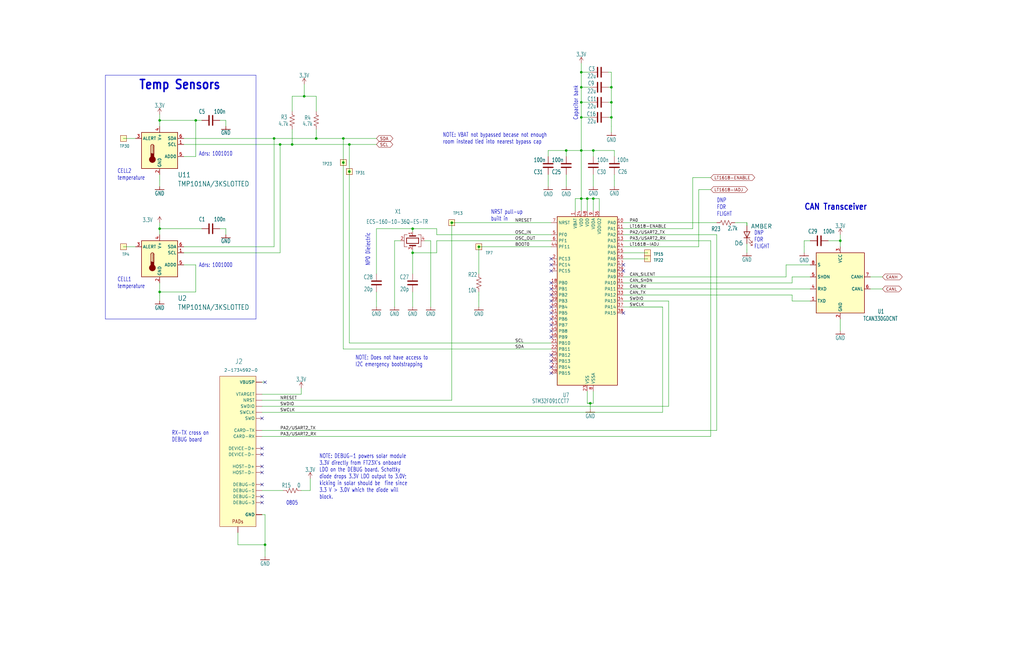
<source format=kicad_sch>
(kicad_sch (version 20231120) (generator "eeschema") (generator_version "8.0")
  (paper "USLedger")
  (title_block (title "OreSat Solar Module - Silicon Cells") (date "2024-09-22") (rev "1.0"))
  (lib_symbols
    (symbol "Device:C" (pin_numbers hide) (pin_names (offset 0.254))
      (property "Reference" "C" (at 0.635 2.54 0))
      (property "Value" "C" (at 0.635 -2.54 0))
      (symbol "C_1_1"
        (pin passive line (at 0 3.81 270) (length 2.794) (name "~") (number "1"))
        (pin passive line (at 0 -3.81 90) (length 2.794) (name "~") (number "2"))
      )
    )
    (symbol "Device:Crystal_GND24" (pin_names (offset 1.016) hide)
      (property "Reference" "Y" (at 3.175 5.08 0))
      (property "Value" "Crystal_GND24" (at 3.175 3.175 0))
      (symbol "Crystal_GND24_1_1"
        (pin passive line (at -3.81 0 0) (length 1.27) (name "1") (number "1"))
        (pin passive line (at 0 5.08 270) (length 1.27) (name "2") (number "2"))
        (pin passive line (at 3.81 0 180) (length 1.27) (name "3") (number "3"))
        (pin passive line (at 0 -5.08 90) (length 1.27) (name "4") (number "4"))
      )
    )
    (symbol "Device:LED" (pin_numbers hide) (pin_names (offset 1.016) hide)
      (property "Reference" "D" (at 0 2.54 0))
      (property "Value" "LED" (at 0 -2.54 0))
      (symbol "LED_1_1"
        (pin passive line (at -3.81 0 0) (length 2.54) (name "K") (number "1"))
        (pin passive line (at 3.81 0 180) (length 2.54) (name "A") (number "2"))
      )
    )
    (symbol "Device:R_US" (pin_numbers hide) (pin_names (offset 0))
      (property "Reference" "R" (at 2.54 0 90))
      (property "Value" "R_US" (at -2.54 0 90))
      (symbol "R_US_1_1"
        (pin passive line (at 0 3.81 270) (length 1.27) (name "~") (number "1"))
        (pin passive line (at 0 -3.81 90) (length 1.27) (name "~") (number "2"))
      )
    )
    (symbol "MCU_ST_STM32F0:STM32F091CCUx"
      (property "Reference" "U" (at -12.7 36.83 0))
      (property "Value" "STM32F091CCUx" (at 7.62 36.83 0))
      (symbol "STM32F091CCUx_1_1"
        (pin power_in line (at -5.08 38.1 270) (length 2.54) (name "VBAT") (number "1"))
        (pin bidirectional line (at 15.24 33.02 180) (length 2.54) (name "PA0") (number "10"))
        (pin bidirectional line (at 15.24 30.48 180) (length 2.54) (name "PA1") (number "11"))
        (pin bidirectional line (at 15.24 27.94 180) (length 2.54) (name "PA2") (number "12"))
        (pin bidirectional line (at 15.24 25.4 180) (length 2.54) (name "PA3") (number "13"))
        (pin bidirectional line (at 15.24 22.86 180) (length 2.54) (name "PA4") (number "14"))
        (pin bidirectional line (at 15.24 20.32 180) (length 2.54) (name "PA5") (number "15"))
        (pin bidirectional line (at 15.24 17.78 180) (length 2.54) (name "PA6") (number "16"))
        (pin bidirectional line (at 15.24 15.24 180) (length 2.54) (name "PA7") (number "17"))
        (pin bidirectional line (at -15.24 7.62 0) (length 2.54) (name "PB0") (number "18"))
        (pin bidirectional line (at -15.24 5.08 0) (length 2.54) (name "PB1") (number "19"))
        (pin bidirectional line (at -15.24 17.78 0) (length 2.54) (name "PC13") (number "2"))
        (pin bidirectional line (at -15.24 2.54 0) (length 2.54) (name "PB2") (number "20"))
        (pin bidirectional line (at -15.24 -17.78 0) (length 2.54) (name "PB10") (number "21"))
        (pin bidirectional line (at -15.24 -20.32 0) (length 2.54) (name "PB11") (number "22"))
        (pin power_in line (at 0 -38.1 90) (length 2.54) (name "VSS") (number "23"))
        (pin power_in line (at -2.54 38.1 270) (length 2.54) (name "VDD") (number "24"))
        (pin bidirectional line (at -15.24 -22.86 0) (length 2.54) (name "PB12") (number "25"))
        (pin bidirectional line (at -15.24 -25.4 0) (length 2.54) (name "PB13") (number "26"))
        (pin bidirectional line (at -15.24 -27.94 0) (length 2.54) (name "PB14") (number "27"))
        (pin bidirectional line (at -15.24 -30.48 0) (length 2.54) (name "PB15") (number "28"))
        (pin bidirectional line (at 15.24 12.7 180) (length 2.54) (name "PA8") (number "29"))
        (pin bidirectional line (at -15.24 15.24 0) (length 2.54) (name "PC14") (number "3"))
        (pin bidirectional line (at 15.24 10.16 180) (length 2.54) (name "PA9") (number "30"))
        (pin bidirectional line (at 15.24 7.62 180) (length 2.54) (name "PA10") (number "31"))
        (pin bidirectional line (at 15.24 5.08 180) (length 2.54) (name "PA11") (number "32"))
        (pin bidirectional line (at 15.24 2.54 180) (length 2.54) (name "PA12") (number "33"))
        (pin bidirectional line (at 15.24 0 180) (length 2.54) (name "PA13") (number "34"))
        (pin passive line (at 0 -38.1 90) (length 2.54) hide (name "VSS") (number "35"))
        (pin power_in line (at 5.08 38.1 270) (length 2.54) (name "VDDIO2") (number "36"))
        (pin bidirectional line (at 15.24 -2.54 180) (length 2.54) (name "PA14") (number "37"))
        (pin bidirectional line (at 15.24 -5.08 180) (length 2.54) (name "PA15") (number "38"))
        (pin bidirectional line (at -15.24 0 0) (length 2.54) (name "PB3") (number "39"))
        (pin bidirectional line (at -15.24 12.7 0) (length 2.54) (name "PC15") (number "4"))
        (pin bidirectional line (at -15.24 -2.54 0) (length 2.54) (name "PB4") (number "40"))
        (pin bidirectional line (at -15.24 -5.08 0) (length 2.54) (name "PB5") (number "41"))
        (pin bidirectional line (at -15.24 -7.62 0) (length 2.54) (name "PB6") (number "42"))
        (pin bidirectional line (at -15.24 -10.16 0) (length 2.54) (name "PB7") (number "43"))
        (pin bidirectional line (at -15.24 22.86 0) (length 2.54) (name "PF11") (number "44"))
        (pin bidirectional line (at -15.24 -12.7 0) (length 2.54) (name "PB8") (number "45"))
        (pin bidirectional line (at -15.24 -15.24 0) (length 2.54) (name "PB9") (number "46"))
        (pin passive line (at 0 -38.1 90) (length 2.54) hide (name "VSS") (number "47"))
        (pin power_in line (at 0 38.1 270) (length 2.54) (name "VDD") (number "48"))
        (pin passive line (at 0 -38.1 90) (length 2.54) hide (name "VSS") (number "49"))
        (pin bidirectional line (at -15.24 27.94 0) (length 2.54) (name "PF0") (number "5"))
        (pin bidirectional line (at -15.24 25.4 0) (length 2.54) (name "PF1") (number "6"))
        (pin input line (at -15.24 33.02 0) (length 2.54) (name "NRST") (number "7"))
        (pin power_in line (at 2.54 -38.1 90) (length 2.54) (name "VSSA") (number "8"))
        (pin power_in line (at 2.54 38.1 270) (length 2.54) (name "VDDA") (number "9"))
      )
    )
    (symbol "Sensor_Temperature:TMP101"
      (property "Reference" "U" (at -2.54 10.795 0))
      (property "Value" "TMP101" (at -2.54 8.89 0))
      (symbol "TMP101_1_1"
        (pin input line (at -10.16 2.54 0) (length 2.54) (name "SCL") (number "1"))
        (pin power_in line (at 0 -10.16 90) (length 2.54) (name "GND") (number "2"))
        (pin open_collector line (at 10.16 5.08 180) (length 2.54) (name "ALERT") (number "3"))
        (pin power_in line (at 0 10.16 270) (length 2.54) (name "V+") (number "4"))
        (pin input line (at -10.16 -2.54 0) (length 2.54) (name "ADD0") (number "5"))
        (pin bidirectional line (at -10.16 5.08 0) (length 2.54) (name "SDA") (number "6"))
      )
    )
    (symbol "oresat-connectors:J-TE-2-1734592-0"
      (property "Reference" "J" (at 0 35.56 0))
      (property "Value" "2-1734592-0" (at 0 33.02 0))
      (symbol "J-TE-2-1734592-0_1_0"
        (text "PADs" (at -2.54 -31.75 0) (effects (font (size 1.524 1.2954)) (justify left bottom)))
        (pin passive line (at 10.16 27.94 180) (length 2.54) (name "VBUSP") (number "1"))
        (pin passive line (at 10.16 20.32 180) (length 2.54) (name "NRST") (number "10"))
        (pin passive line (at 10.16 22.86 180) (length 2.54) (name "VTARGET") (number "11"))
        (pin passive line (at 10.16 5.08 180) (length 2.54) (name "CARD-RX") (number "12"))
        (pin passive line (at 10.16 7.62 180) (length 2.54) (name "CARD-TX") (number "13"))
        (pin passive line (at 10.16 17.78 180) (length 2.54) (name "SWDIO") (number "14"))
        (pin passive line (at 10.16 15.24 180) (length 2.54) (name "SWCLK") (number "15"))
        (pin passive line (at 10.16 12.7 180) (length 2.54) (name "SWO") (number "16"))
        (pin passive line (at 10.16 -15.24 180) (length 2.54) (name "DEBUG-0") (number "17"))
        (pin passive line (at 10.16 -17.78 180) (length 2.54) (name "DEBUG-1") (number "18"))
        (pin passive line (at 10.16 -20.32 180) (length 2.54) (name "DEBUG-2") (number "19"))
        (pin passive line (at 10.16 27.94 180) (length 2.54) (name "VBUSP") (number "2"))
        (pin passive line (at 10.16 -22.86 180) (length 2.54) (name "DEBUG-3") (number "20"))
        (pin passive line (at 10.16 -27.94 180) (length 2.54) (name "GND") (number "3"))
        (pin passive line (at 10.16 0 180) (length 2.54) (name "DEVICE-D+") (number "4"))
        (pin passive line (at 10.16 -2.54 180) (length 2.54) (name "DEVICE-D-") (number "5"))
        (pin passive line (at 10.16 -27.94 180) (length 2.54) (name "GND") (number "6"))
        (pin passive line (at 10.16 -7.62 180) (length 2.54) (name "HOST-D+") (number "7"))
        (pin passive line (at 10.16 -10.16 180) (length 2.54) (name "HOST-D-") (number "8"))
        (pin passive line (at 10.16 -27.94 180) (length 2.54) (name "GND") (number "9"))
        (pin passive line (at 0 -35.56 90) (length 2.54) (name "PAD") (number "PAD1"))
        (pin passive line (at 0 -35.56 90) (length 2.54) (name "PAD") (number "PAD2"))
      )
    )
    (symbol "oresat-ics:TCAN330"
      (property "Reference" "U11" (at -3.81 -15.24 0))
      (property "Value" "TCAN330" (at -3.81 -17.78 0))
      (symbol "TCAN330_1_0"
        (pin input line (at -12.7 -7.62 0) (length 2.54) (name "TXD") (number "1"))
        (pin power_in line (at 0 -15.24 90) (length 2.54) (name "GND") (number "2"))
        (pin power_in line (at 0 15.24 270) (length 2.54) (name "VCC") (number "3"))
        (pin output line (at -12.7 -2.54 0) (length 2.54) (name "RXD") (number "4"))
        (pin input line (at -12.7 2.54 0) (length 2.54) (name "SHDN") (number "5"))
        (pin bidirectional line (at 12.7 -2.54 180) (length 2.54) (name "CANL") (number "6"))
        (pin bidirectional line (at 12.7 2.54 180) (length 2.54) (name "CANH") (number "7"))
        (pin input line (at -12.7 7.62 0) (length 2.54) (name "S") (number "8"))
      )
    )
    (symbol "oresat-misc:Test-Point-0.75mm-th" (exclude_from_sim yes) (in_bom no)
      (property "Reference" "TP" (at 0 2.54 0))
      (symbol "Test-Point-0.75mm-th_1_0"
        (pin passive line (at 0 0 0) (length 0) (name "1") (number "1"))
      )
    )
    (symbol "oresat-power:3.3V" (power) (pin_names (offset 0))
      (property "Value" "3.3V" (at 0 3.556 0))
      (symbol "3.3V_1_1"
        (pin power_in line (at 0 0 90) (length 0) hide (name "3.3V") (number "1"))
      )
    )
    (symbol "oresat-power:GND" (power) (pin_numbers hide) (pin_names (offset 0) hide)
      (property "Value" "GND" (at 0 -2.54 0))
      (symbol "GND_1_1"
        (pin power_in line (at 0 0 270) (length 1.27) (name "GND") (number "1"))
      )
    )
  )
  (junction (at 257.81 43.18))
  (junction (at 144.78 68.58))
  (junction (at 147.32 60.96))
  (junction (at 248.92 170.18))
  (junction (at 147.32 72.39))
  (junction (at 250.19 63.5))
  (junction (at 257.81 49.53))
  (junction (at 354.33 101.6))
  (junction (at 245.11 49.53))
  (junction (at 118.11 60.96))
  (junction (at 245.11 36.83))
  (junction (at 245.11 63.5))
  (junction (at 173.99 96.52))
  (junction (at 247.65 83.82))
  (junction (at 111.76 229.87))
  (junction (at 173.99 106.68))
  (junction (at 245.11 83.82))
  (junction (at 201.93 104.14))
  (junction (at 128.27 40.64))
  (junction (at 123.19 60.96))
  (junction (at 144.78 58.42))
  (junction (at 250.19 83.82))
  (junction (at 245.11 43.18))
  (junction (at 67.31 50.8))
  (junction (at 67.31 123.19))
  (junction (at 67.31 96.52))
  (junction (at 190.5 93.98))
  (junction (at 115.57 58.42))
  (junction (at 82.55 50.8))
  (junction (at 133.35 58.42))
  (junction (at 238.76 63.5))
  (junction (at 245.11 30.48))
  (junction (at 257.81 36.83))
  (no_connect (at 110.49 199.39))
  (no_connect (at 262.89 111.76))
  (no_connect (at 232.41 139.7))
  (no_connect (at 232.41 124.46))
  (no_connect (at 262.89 114.3))
  (no_connect (at 110.49 189.23))
  (no_connect (at 232.41 129.54))
  (no_connect (at 110.49 212.09))
  (no_connect (at 232.41 127))
  (no_connect (at 232.41 109.22))
  (no_connect (at 110.49 191.77))
  (no_connect (at 232.41 134.62))
  (no_connect (at 232.41 137.16))
  (no_connect (at 232.41 157.48))
  (no_connect (at 232.41 149.86))
  (no_connect (at 232.41 152.4))
  (no_connect (at 110.49 176.53))
  (no_connect (at 232.41 111.76))
  (no_connect (at 232.41 132.08))
  (no_connect (at 110.49 209.55))
  (no_connect (at 262.89 132.08))
  (no_connect (at 232.41 154.94))
  (no_connect (at 110.49 204.47))
  (no_connect (at 232.41 119.38))
  (no_connect (at 110.49 196.85))
  (no_connect (at 232.41 121.92))
  (no_connect (at 232.41 114.3))
  (no_connect (at 111.76 161.29))
  (no_connect (at 232.41 142.24))
  (wire (pts (xy 256.54 49.53) (xy 257.81 49.53)) (stroke (width 0.1524)))
  (wire (pts (xy 334.01 124.46) (xy 334.01 127)) (stroke (width 0.1524)))
  (wire (pts (xy 354.33 101.6) (xy 349.25 101.6)) (stroke (width 0.1524)))
  (wire (pts (xy 158.75 115.57) (xy 158.75 96.52)) (stroke (width 0.1524)))
  (wire (pts (xy 190.5 168.91) (xy 110.49 168.91)) (stroke (width 0.1524)))
  (wire (pts (xy 314.96 93.98) (xy 314.96 95.25)) (stroke (width 0.1524)))
  (wire (pts (xy 245.11 26.67) (xy 245.11 30.48)) (stroke (width 0.1524)))
  (wire (pts (xy 339.09 104.14) (xy 339.09 106.68)))
  (wire (pts (xy 201.93 123.19) (xy 201.93 124.46)))
  (wire (pts (xy 367.03 121.92) (xy 372.11 121.92)) (stroke (width 0.1524)))
  (wire (pts (xy 245.11 63.5) (xy 250.19 63.5)) (stroke (width 0.1524)))
  (wire (pts (xy 77.47 66.04) (xy 82.55 66.04)) (stroke (width 0.1524)))
  (wire (pts (xy 67.31 76.2) (xy 67.31 78.74)))
  (wire (pts (xy 314.96 105.41) (xy 314.96 106.68)))
  (wire (pts (xy 133.35 58.42) (xy 144.78 58.42)) (stroke (width 0.1524)))
  (wire (pts (xy 123.19 54.61) (xy 123.19 55.88)))
  (wire (pts (xy 158.75 127) (xy 158.75 129.54)))
  (wire (pts (xy 144.78 147.32) (xy 232.41 147.32)) (stroke (width 0.1524)))
  (wire (pts (xy 259.08 76.2) (xy 259.08 78.74)))
  (wire (pts (xy 184.15 99.06) (xy 232.41 99.06)) (stroke (width 0.1524)))
  (wire (pts (xy 111.76 232.41) (xy 111.76 234.95)))
  (wire (pts (xy 77.47 111.76) (xy 82.55 111.76)) (stroke (width 0.1524)))
  (wire (pts (xy 92.71 50.8) (xy 95.25 50.8)) (stroke (width 0.1524)))
  (wire (pts (xy 245.11 83.82) (xy 245.11 88.9)))
  (wire (pts (xy 95.25 96.52) (xy 95.25 99.06)) (stroke (width 0.1524)))
  (wire (pts (xy 265.43 129.54) (xy 279.4 129.54)) (stroke (width 0.1524)))
  (wire (pts (xy 92.71 96.52) (xy 95.25 96.52)) (stroke (width 0.1524)))
  (wire (pts (xy 231.14 73.66) (xy 231.14 76.2)) (stroke (width 0.1524)))
  (wire (pts (xy 262.89 116.84) (xy 331.47 116.84)) (stroke (width 0.1524)))
  (wire (pts (xy 173.99 96.52) (xy 184.15 96.52)) (stroke (width 0.1524)))
  (wire (pts (xy 110.49 166.37) (xy 127 166.37)) (stroke (width 0.1524)))
  (wire (pts (xy 111.76 229.87) (xy 111.76 232.41)) (stroke (width 0.1524)))
  (wire (pts (xy 354.33 104.14) (xy 354.33 101.6)) (stroke (width 0.1524)))
  (wire (pts (xy 123.19 55.88) (xy 123.19 60.96)) (stroke (width 0.1524)))
  (wire (pts (xy 292.1 74.93) (xy 299.72 74.93)) (stroke (width 0.1524)))
  (wire (pts (xy 100.33 229.87) (xy 111.76 229.87)) (stroke (width 0.1524)))
  (wire (pts (xy 257.81 53.34) (xy 257.81 49.53)) (stroke (width 0.1524)))
  (wire (pts (xy 184.15 101.6) (xy 232.41 101.6)) (stroke (width 0.1524)))
  (wire (pts (xy 231.14 63.5) (xy 238.76 63.5)) (stroke (width 0.1524)))
  (wire (pts (xy 248.92 36.83) (xy 245.11 36.83)) (stroke (width 0.1524)))
  (wire (pts (xy 294.64 80.01) (xy 299.72 80.01)) (stroke (width 0.1524)))
  (wire (pts (xy 95.25 50.8) (xy 95.25 53.34)))
  (wire (pts (xy 262.89 99.06) (xy 302.26 99.06)) (stroke (width 0.1524)))
  (wire (pts (xy 238.76 76.2) (xy 238.76 78.74)))
  (wire (pts (xy 100.33 224.79) (xy 100.33 229.87)) (stroke (width 0.1524)))
  (wire (pts (xy 334.01 127) (xy 341.63 127)) (stroke (width 0.1524)))
  (wire (pts (xy 52.07 104.14) (xy 57.15 104.14)) (stroke (width 0.1524)))
  (wire (pts (xy 247.65 170.18) (xy 248.92 170.18)) (stroke (width 0.1524)))
  (wire (pts (xy 181.61 101.6) (xy 179.07 101.6)) (stroke (width 0.1524)))
  (wire (pts (xy 110.49 217.17) (xy 111.76 217.17)) (stroke (width 0.1524)))
  (wire (pts (xy 339.09 101.6) (xy 339.09 104.14)) (stroke (width 0.1524)))
  (wire (pts (xy 67.31 50.8) (xy 82.55 50.8)) (stroke (width 0.1524)))
  (wire (pts (xy 245.11 83.82) (xy 247.65 83.82)))
  (wire (pts (xy 247.65 165.1) (xy 247.65 170.18)) (stroke (width 0.1524)))
  (wire (pts (xy 166.37 101.6) (xy 166.37 129.54)))
  (wire (pts (xy 250.19 73.66) (xy 250.19 76.2)) (stroke (width 0.1524)))
  (wire (pts (xy 190.5 93.98) (xy 190.5 168.91)))
  (wire (pts (xy 77.47 104.14) (xy 115.57 104.14)) (stroke (width 0.1524)))
  (wire (pts (xy 341.63 101.6) (xy 339.09 101.6)) (stroke (width 0.1524)))
  (wire (pts (xy 77.47 106.68) (xy 118.11 106.68)) (stroke (width 0.1524)))
  (wire (pts (xy 173.99 127) (xy 173.99 123.19)) (stroke (width 0.1524)))
  (wire (pts (xy 302.26 181.61) (xy 110.49 181.61)) (stroke (width 0.1524)))
  (wire (pts (xy 262.89 101.6) (xy 299.72 101.6)) (stroke (width 0.1524)))
  (wire (pts (xy 173.99 127) (xy 173.99 129.54)))
  (wire (pts (xy 257.81 30.48) (xy 256.54 30.48)) (stroke (width 0.1524)))
  (wire (pts (xy 231.14 66.04) (xy 231.14 63.5)) (stroke (width 0.1524)))
  (wire (pts (xy 118.11 60.96) (xy 123.19 60.96)) (stroke (width 0.1524)))
  (wire (pts (xy 168.91 101.6) (xy 166.37 101.6)))
  (wire (pts (xy 299.72 184.15) (xy 110.49 184.15)) (stroke (width 0.1524)))
  (wire (pts (xy 82.55 111.76) (xy 82.55 123.19)) (stroke (width 0.1524)))
  (wire (pts (xy 314.96 102.87) (xy 314.96 105.41)) (stroke (width 0.1524)))
  (wire (pts (xy 123.19 40.64) (xy 123.19 46.99)) (stroke (width 0.1524)))
  (wire (pts (xy 279.4 173.99) (xy 110.49 173.99)) (stroke (width 0.1524)))
  (wire (pts (xy 147.32 60.96) (xy 158.75 60.96)) (stroke (width 0.1524)))
  (wire (pts (xy 128.27 40.64) (xy 123.19 40.64)) (stroke (width 0.1524)))
  (wire (pts (xy 262.89 106.68) (xy 273.05 106.68)) (stroke (width 0.1524)))
  (wire (pts (xy 52.07 58.42) (xy 57.15 58.42)) (stroke (width 0.1524)))
  (wire (pts (xy 354.33 137.16) (xy 354.33 134.62)) (stroke (width 0.1524)))
  (wire (pts (xy 354.33 101.6) (xy 354.33 99.06)) (stroke (width 0.1524)))
  (wire (pts (xy 257.81 36.83) (xy 257.81 30.48)) (stroke (width 0.1524)))
  (wire (pts (xy 123.19 60.96) (xy 147.32 60.96)) (stroke (width 0.1524)))
  (wire (pts (xy 77.47 58.42) (xy 115.57 58.42)) (stroke (width 0.1524)))
  (wire (pts (xy 82.55 66.04) (xy 82.55 50.8)) (stroke (width 0.1524)))
  (wire (pts (xy 279.4 173.99) (xy 279.4 129.54)) (stroke (width 0.1524)))
  (wire (pts (xy 262.89 124.46) (xy 334.01 124.46)) (stroke (width 0.1524)))
  (wire (pts (xy 67.31 124.46) (xy 67.31 123.19)) (stroke (width 0.1524)))
  (wire (pts (xy 334.01 116.84) (xy 334.01 119.38)) (stroke (width 0.1524)))
  (wire (pts (xy 331.47 111.76) (xy 331.47 116.84)) (stroke (width 0.1524)))
  (wire (pts (xy 250.19 83.82) (xy 250.19 86.36)) (stroke (width 0.1524)))
  (wire (pts (xy 67.31 96.52) (xy 67.31 99.06)) (stroke (width 0.1524)))
  (wire (pts (xy 82.55 123.19) (xy 67.31 123.19)) (stroke (width 0.1524)))
  (wire (pts (xy 173.99 106.68) (xy 184.15 106.68)) (stroke (width 0.1524)))
  (wire (pts (xy 250.19 86.36) (xy 250.19 88.9)))
  (wire (pts (xy 127 207.01) (xy 130.81 207.01)) (stroke (width 0.1524)))
  (wire (pts (xy 262.89 109.22) (xy 273.05 109.22)) (stroke (width 0.1524)))
  (wire (pts (xy 259.08 76.2) (xy 259.08 73.66)) (stroke (width 0.1524)))
  (wire (pts (xy 111.76 217.17) (xy 111.76 229.87)) (stroke (width 0.1524)))
  (wire (pts (xy 201.93 104.14) (xy 232.41 104.14)) (stroke (width 0.1524)))
  (wire (pts (xy 248.92 49.53) (xy 245.11 49.53)) (stroke (width 0.1524)))
  (wire (pts (xy 144.78 147.32) (xy 144.78 68.58)) (stroke (width 0.1524)))
  (wire (pts (xy 158.75 58.42) (xy 144.78 58.42)) (stroke (width 0.1524)))
  (wire (pts (xy 314.96 95.25) (xy 314.96 93.98)))
  (wire (pts (xy 173.99 96.52) (xy 173.99 97.79)) (stroke (width 0.1524)))
  (wire (pts (xy 147.32 144.78) (xy 147.32 72.39)) (stroke (width 0.1524)))
  (wire (pts (xy 250.19 76.2) (xy 250.19 78.74)))
  (wire (pts (xy 294.64 80.01) (xy 294.64 104.14)) (stroke (width 0.1524)))
  (wire (pts (xy 201.93 127) (xy 201.93 129.54)))
  (wire (pts (xy 181.61 127) (xy 181.61 101.6)) (stroke (width 0.1524)))
  (wire (pts (xy 133.35 40.64) (xy 133.35 46.99)) (stroke (width 0.1524)))
  (wire (pts (xy 147.32 144.78) (xy 232.41 144.78)) (stroke (width 0.1524)))
  (wire (pts (xy 238.76 66.04) (xy 238.76 63.5)) (stroke (width 0.1524)))
  (wire (pts (xy 309.88 93.98) (xy 311.15 93.98)))
  (wire (pts (xy 245.11 43.18) (xy 245.11 36.83)) (stroke (width 0.1524)))
  (wire (pts (xy 173.99 106.68) (xy 173.99 115.57)) (stroke (width 0.1524)))
  (wire (pts (xy 259.08 63.5) (xy 259.08 66.04)) (stroke (width 0.1524)))
  (wire (pts (xy 245.11 63.5) (xy 245.11 83.82)))
  (wire (pts (xy 181.61 127) (xy 181.61 129.54)))
  (wire (pts (xy 245.11 49.53) (xy 245.11 43.18)) (stroke (width 0.1524)))
  (wire (pts (xy 250.19 63.5) (xy 259.08 63.5)) (stroke (width 0.1524)))
  (wire (pts (xy 201.93 124.46) (xy 201.93 127)) (stroke (width 0.1524)))
  (wire (pts (xy 67.31 123.19) (xy 67.31 119.38)) (stroke (width 0.1524)))
  (wire (pts (xy 331.47 111.76) (xy 341.63 111.76)) (stroke (width 0.1524)))
  (wire (pts (xy 238.76 63.5) (xy 245.11 63.5)) (stroke (width 0.1524)))
  (wire (pts (xy 201.93 115.57) (xy 201.93 104.14)) (stroke (width 0.1524)))
  (wire (pts (xy 262.89 121.92) (xy 341.63 121.92)))
  (wire (pts (xy 262.89 119.38) (xy 334.01 119.38)) (stroke (width 0.1524)))
  (wire (pts (xy 231.14 76.2) (xy 231.14 78.74)))
  (wire (pts (xy 367.03 116.84) (xy 372.11 116.84)) (stroke (width 0.1524)))
  (wire (pts (xy 184.15 101.6) (xy 184.15 106.68)) (stroke (width 0.1524)))
  (wire (pts (xy 133.35 55.88) (xy 133.35 58.42)) (stroke (width 0.1524)))
  (wire (pts (xy 67.31 96.52) (xy 85.09 96.52)) (stroke (width 0.1524)))
  (wire (pts (xy 262.89 127) (xy 281.94 127)) (stroke (width 0.1524)))
  (wire (pts (xy 242.57 83.82) (xy 245.11 83.82)))
  (wire (pts (xy 262.89 129.54) (xy 279.4 129.54)))
  (wire (pts (xy 245.11 49.53) (xy 245.11 63.5)) (stroke (width 0.1524)))
  (wire (pts (xy 158.75 96.52) (xy 173.99 96.52)) (stroke (width 0.1524)))
  (wire (pts (xy 67.31 48.26) (xy 67.31 50.8)) (stroke (width 0.1524)))
  (polyline (pts (xy 107.95 31.75) (xy 44.45 31.75)) (stroke (width 0.1524) (type solid)))
  (wire (pts (xy 245.11 36.83) (xy 245.11 30.48)) (stroke (width 0.1524)))
  (wire (pts (xy 77.47 60.96) (xy 118.11 60.96)) (stroke (width 0.1524)))
  (wire (pts (xy 248.92 170.18) (xy 250.19 170.18)) (stroke (width 0.1524)))
  (wire (pts (xy 133.35 40.64) (xy 128.27 40.64)) (stroke (width 0.1524)))
  (wire (pts (xy 311.15 93.98) (xy 314.96 93.98)) (stroke (width 0.1524)))
  (wire (pts (xy 250.19 66.04) (xy 250.19 63.5)) (stroke (width 0.1524)))
  (wire (pts (xy 110.49 207.01) (xy 119.38 207.01)) (stroke (width 0.1524)))
  (wire (pts (xy 248.92 43.18) (xy 245.11 43.18)) (stroke (width 0.1524)))
  (wire (pts (xy 158.75 127) (xy 158.75 123.19)) (stroke (width 0.1524)))
  (wire (pts (xy 281.94 171.45) (xy 281.94 127)) (stroke (width 0.1524)))
  (wire (pts (xy 302.26 99.06) (xy 302.26 181.61)) (stroke (width 0.1524)))
  (wire (pts (xy 292.1 96.52) (xy 292.1 74.93)) (stroke (width 0.1524)))
  (wire (pts (xy 144.78 58.42) (xy 144.78 68.58)) (stroke (width 0.1524)))
  (polyline (pts (xy 107.95 31.75) (xy 107.95 134.62)) (stroke (width 0.1524) (type solid)))
  (wire (pts (xy 257.81 53.34) (xy 257.81 55.88)))
  (wire (pts (xy 334.01 116.84) (xy 341.63 116.84)) (stroke (width 0.1524)))
  (wire (pts (xy 67.31 76.2) (xy 67.31 73.66)) (stroke (width 0.1524)))
  (wire (pts (xy 130.81 207.01) (xy 130.81 201.93)) (stroke (width 0.1524)))
  (wire (pts (xy 127 166.37) (xy 127 163.83)) (stroke (width 0.1524)))
  (wire (pts (xy 184.15 99.06) (xy 184.15 96.52)) (stroke (width 0.1524)))
  (wire (pts (xy 67.31 50.8) (xy 67.31 53.34)) (stroke (width 0.1524)))
  (wire (pts (xy 67.31 93.98) (xy 67.31 96.52)) (stroke (width 0.1524)))
  (wire (pts (xy 262.89 104.14) (xy 294.64 104.14)) (stroke (width 0.1524)))
  (wire (pts (xy 147.32 72.39) (xy 147.32 60.96)) (stroke (width 0.1524)))
  (polyline (pts (xy 107.95 134.62) (xy 44.45 134.62)) (stroke (width 0.1524) (type solid)))
  (wire (pts (xy 115.57 104.14) (xy 115.57 58.42)) (stroke (width 0.1524)))
  (wire (pts (xy 118.11 106.68) (xy 118.11 60.96)) (stroke (width 0.1524)))
  (wire (pts (xy 250.19 83.82) (xy 247.65 83.82)) (stroke (width 0.1524)))
  (wire (pts (xy 133.35 54.61) (xy 133.35 55.88)))
  (wire (pts (xy 190.5 93.98) (xy 232.41 93.98)) (stroke (width 0.1524)))
  (wire (pts (xy 173.99 105.41) (xy 173.99 106.68)))
  (wire (pts (xy 85.09 50.8) (xy 82.55 50.8)) (stroke (width 0.1524)))
  (wire (pts (xy 247.65 83.82) (xy 247.65 88.9)))
  (wire (pts (xy 242.57 83.82) (xy 242.57 88.9)))
  (wire (pts (xy 248.92 30.48) (xy 245.11 30.48)) (stroke (width 0.1524)))
  (wire (pts (xy 354.33 137.16) (xy 354.33 139.7)))
  (wire (pts (xy 115.57 58.42) (xy 133.35 58.42)) (stroke (width 0.1524)))
  (wire (pts (xy 250.19 165.1) (xy 250.19 170.18)) (stroke (width 0.1524)))
  (wire (pts (xy 257.81 49.53) (xy 257.81 43.18)) (stroke (width 0.1524)))
  (wire (pts (xy 257.81 43.18) (xy 257.81 36.83)) (stroke (width 0.1524)))
  (wire (pts (xy 67.31 124.46) (xy 67.31 127)))
  (wire (pts (xy 252.73 83.82) (xy 252.73 88.9)))
  (wire (pts (xy 248.92 170.18) (xy 248.92 172.72)))
  (wire (pts (xy 256.54 36.83) (xy 257.81 36.83)) (stroke (width 0.1524)))
  (wire (pts (xy 262.89 96.52) (xy 292.1 96.52)) (stroke (width 0.1524)))
  (polyline (pts (xy 44.45 31.75) (xy 44.45 134.62)) (stroke (width 0.1524) (type solid)))
  (wire (pts (xy 299.72 101.6) (xy 299.72 184.15)) (stroke (width 0.1524)))
  (wire (pts (xy 110.49 161.29) (xy 111.76 161.29)) (stroke (width 0.1524)))
  (wire (pts (xy 262.89 93.98) (xy 302.26 93.98)) (stroke (width 0.1524)))
  (wire (pts (xy 256.54 43.18) (xy 257.81 43.18)) (stroke (width 0.1524)))
  (wire (pts (xy 128.27 35.56) (xy 128.27 40.64)) (stroke (width 0.1524)))
  (wire (pts (xy 248.92 170.18) (xy 247.65 170.18)))
  (wire (pts (xy 250.19 83.82) (xy 252.73 83.82)))
  (wire (pts (xy 238.76 76.2) (xy 238.76 73.66)) (stroke (width 0.1524)))
  (wire (pts (xy 110.49 171.45) (xy 281.94 171.45)) (stroke (width 0.1524)))
  (text "Capacitor bank" (at 243.84 50.8 90) (effects (font (size 1.778 1.27)) (justify left bottom)))
  (text "Temp Sensors" (at 58.42 38.1 0) (effects (font (size 3.81 3.2385) (thickness 0.6477) (bold yes)) (justify left bottom)))
  (text "NOTE: VBAT not bypassed becase not enough\nroom instead tied into nearest bypass cap" (at 186.69 60.96 0) (effects (font (size 1.778 1.27)) (justify left bottom)))
  (text "DNP\nFOR\nFLIGHT" (at 318.008 105.156 0) (effects (font (size 1.778 1.27)) (justify left bottom)))
  (text "NRST pull-up\nbuilt in" (at 207.01 93.472 0) (effects (font (size 1.778 1.27)) (justify left bottom)))
  (text "DNP\nFOR\nFLIGHT" (at 302.26 91.44 0) (effects (font (size 1.778 1.27)) (justify left bottom)))
  (text "CAN Transceiver" (at 365.76 88.9 0) (effects (font (size 2.54 2.159) (thickness 0.4318) (bold yes)) (justify right bottom)))
  (text "NP0 Dielectric" (at 156.21 112.268 90) (effects (font (size 1.778 1.27)) (justify left bottom)))
  (text "NOTE: DEBUG-1 powers solar module\n3.3V directly from FT23X's onboard\nLDO on the DEBUG board. Schottky\ndiode drops 3.3V LDO output to 3.0V;\nkicking in solar should be  fine since\n3.3 V > 3.0V which the diode will\nblock." (at 134.62 210.82 0) (effects (font (size 1.778 1.27)) (justify left bottom)))
  (text "Adrs: 1001010" (at 83.82 66.04 0) (effects (font (size 1.778 1.27)) (justify left bottom)))
  (text "Adrs: 1001000" (at 83.82 113.03 0) (effects (font (size 1.778 1.27)) (justify left bottom)))
  (text "CELL2\ntemperature" (at 49.53 76.2 0) (effects (font (size 1.778 1.27)) (justify left bottom)))
  (text "RX-TX cross on\nDEBUG board" (at 72.39 186.69 0) (effects (font (size 1.778 1.27)) (justify left bottom)))
  (text "NOTE: Does not have access to\nI2C emergency bootstrapping" (at 149.86 154.94 0) (effects (font (size 1.778 1.27)) (justify left bottom)))
  (text "CELL1\ntemperature" (at 49.53 121.92 0) (effects (font (size 1.778 1.27)) (justify left bottom)))
  (text "0805" (at 120.65 213.36 0) (effects (font (size 1.778 1.27)) (justify left bottom)))
  (label "CAN_TX" (at 265.43 124.46 0) (effects (font (size 1.2446 1.2446))))
  (label "SWCLK" (at 265.43 129.54 0) (effects (font (size 1.2446 1.2446))))
  (label "SWDIO" (at 118.11 171.45 0) (effects (font (size 1.2446 1.2446))))
  (label "NRESET" (at 118.11 168.91 0) (effects (font (size 1.2446 1.2446))))
  (label "LT1618-IADJ" (at 265.43 104.14 0))
  (label "LT1618-ENABLE" (at 265.43 96.52 0))
  (label "BOOT0" (at 217.17 104.14 0) (effects (font (size 1.2446 1.2446))))
  (label "OSC_OUT" (at 217.17 101.6 0))
  (label "PA2/USART2_TX" (at 265.43 99.06 0) (effects (font (size 1.2446 1.2446))))
  (label "SDA" (at 217.17 147.32 0))
  (label "OSC_IN" (at 217.17 99.06 0))
  (label "CAN_SILENT" (at 265.43 116.84 0) (effects (font (size 1.2446 1.2446))))
  (label "NRESET" (at 217.17 93.98 0) (effects (font (size 1.2446 1.2446))))
  (label "PA3/USART2_RX" (at 118.11 184.15 0) (effects (font (size 1.2446 1.2446))))
  (label "CAN_RX" (at 265.43 121.92 0) (effects (font (size 1.2446 1.2446))))
  (label "PA0" (at 265.43 93.98 0) (effects (font (size 1.2446 1.2446))))
  (label "SWDIO" (at 265.43 127 0) (effects (font (size 1.2446 1.2446))))
  (label "CAN_SHDN" (at 265.43 119.38 0) (effects (font (size 1.2446 1.2446))))
  (label "PA3/USART2_RX" (at 265.43 101.6 0) (effects (font (size 1.2446 1.2446))))
  (label "PA2/USART2_TX" (at 118.11 181.61 0) (effects (font (size 1.2446 1.2446))))
  (label "SWCLK" (at 118.11 173.99 0) (effects (font (size 1.2446 1.2446))))
  (label "SCL" (at 217.17 144.78 0))
  (global_label "SDA" (shape bidirectional) (at 158.75 58.42 0) (effects (font (size 1.2446 1.2446))) (property "Intersheetrefs" "${INTERSHEET_REFS}" (effects (hide yes))))
  (global_label "CANL" (shape bidirectional) (at 372.11 121.92 0) (effects (font (size 1.2446 1.2446))) (property "Intersheetrefs" "${INTERSHEET_REFS}" (effects (hide yes))))
  (global_label "LT1618-IADJ" (shape bidirectional) (at 299.72 80.01 0) (effects (font (size 1.2446 1.2446))) (property "Intersheetrefs" "${INTERSHEET_REFS}" (effects (hide yes))))
  (global_label "LT1618-ENABLE" (shape bidirectional) (at 299.72 74.93 0) (effects (font (size 1.2446 1.2446))) (property "Intersheetrefs" "${INTERSHEET_REFS}" (effects (hide yes))))
  (global_label "SCL" (shape bidirectional) (at 158.75 60.96 0) (effects (font (size 1.2446 1.2446))) (property "Intersheetrefs" "${INTERSHEET_REFS}" (effects (hide yes))))
  (global_label "CANH" (shape bidirectional) (at 372.11 116.84 0) (effects (font (size 1.2446 1.2446))) (property "Intersheetrefs" "${INTERSHEET_REFS}" (effects (hide yes))))
  (symbol (lib_id "oresat-misc:Test-Point-0.75mm-th") (at 273.05 109.22 0) (mirror x) (unit 1) (exclude_from_sim yes) (in_bom no)
    (property "Reference" "TP22" (at 275.59 110.49 0) (effects (font (size 1.27 1.0795)) (justify left top)))
    (property "Value" "TEST-POINT-LARGE-SQUARE" (effects (hide yes)))
    (property "Footprint" "oresat-misc:TestPoint-0.75mm-th" (effects (hide yes)))
    (property "Description" "0.75 mm TH test point; good for scope probes and jumpers" (effects (hide yes)))
  )
  (symbol (lib_id "oresat-power:GND") (at 166.37 129.54 0) (mirror y) (unit 1)
    (property "Reference" "#GND010" (effects (hide yes)))
    (property "Value" "GND" (at 168.402 133.35 0) (effects (font (size 1.778 1.27)) (justify left bottom)))
    (property "Description" "Power symbol creates a global label with name \"GND\" , ground" (effects (hide yes)))
  )
  (symbol (lib_id "oresat-misc:Test-Point-0.75mm-th") (at 201.93 104.14 0) (mirror y) (unit 1) (exclude_from_sim yes) (in_bom no)
    (property "Reference" "TP7" (at 204.724 107.442 0) (effects (font (size 1.27 1.0795)) (justify right bottom)))
    (property "Value" "TEST-POINT-LARGE-SQUARE" (effects (hide yes)))
    (property "Footprint" "oresat-misc:TestPoint-0.75mm-th" (effects (hide yes)))
    (property "Description" "0.75 mm TH test point; good for scope probes and jumpers" (effects (hide yes)))
  )
  (symbol (lib_id "Device:R_US") (at 133.35 50.8 180) (unit 1)
    (property "Reference" "R4" (at 131.064 48.768 0) (effects (font (size 1.778 1.27)) (justify left bottom)))
    (property "Value" "4.7k" (at 131.826 51.308 0) (effects (font (size 1.778 1.27)) (justify left bottom)))
    (property "Footprint" "oresat-passives:0603-C-NOSILK" (effects (hide yes)))
    (property "Description" "4.7 kOhms ±1% 0.1W, 1/10W Chip Resistor 0603 (1608 Metric) Automotive AEC-Q200 Thick Film" (effects (hide yes)))
    (property "DIS" "Digi-Key" (effects (hide yes)))
    (property "DPN" "RMCF0603FT4K70CT-ND" (effects (hide yes)))
    (property "MFR" "Stackpole Electronics Inc" (effects (hide yes)))
    (property "MPN" "RMCF0603FT4K70" (effects (hide yes)))
    (property "Distributor" "Digi-Key" (effects (hide yes)))
  )
  (symbol (lib_id "oresat-power:GND") (at 201.93 129.54 0) (mirror y) (unit 1)
    (property "Reference" "#GND06" (effects (hide yes)))
    (property "Value" "GND" (at 203.962 133.35 0) (effects (font (size 1.778 1.27)) (justify left bottom)))
    (property "Description" "Power symbol creates a global label with name \"GND\" , ground" (effects (hide yes)))
  )
  (symbol (lib_id "Device:R_US") (at 123.19 207.01 90) (mirror x) (unit 1)
    (property "Reference" "R15" (at 122.682 205.74 90) (effects (font (size 1.778 1.27)) (justify left bottom)))
    (property "Value" "0" (at 126.746 205.74 90) (effects (font (size 1.778 1.27)) (justify left bottom)))
    (property "Footprint" "oresat-passives:0805-C-NOSILK" (effects (hide yes)))
    (property "Description" "0 Ohms Jumper Chip Resistor 0805 (2012 Metric) Automotive AEC-Q200 Thick Film" (effects (hide yes)))
    (property "DIS" "Digi-Key" (effects (hide yes)))
    (property "DPN" "P0.0ATR-ND" (effects (hide yes)))
    (property "MFR" "Panasonic" (effects (hide yes)))
    (property "MPN" "ERJ-6GEY0R00V" (effects (hide yes)))
    (property "Distributor" "Digi-Key" (effects (hide yes)))
  )
  (symbol (lib_id "oresat-power:GND") (at 259.08 78.74 0) (unit 1)
    (property "Reference" "#GND059" (effects (hide yes)))
    (property "Value" "GND" (at 257.048 82.55 0) (effects (font (size 1.778 1.27)) (justify left bottom)))
    (property "Description" "Power symbol creates a global label with name \"GND\" , ground" (effects (hide yes)))
  )
  (symbol (lib_id "oresat-power:3.3V") (at 67.31 48.26 0) (mirror y) (unit 1)
    (property "Reference" "#SUPPLY010" (effects (hide yes)))
    (property "Value" "3.3V" (at 67.31 45.466 0) (effects (font (size 1.778 1.27)) (justify bottom)))
    (property "Description" "Power symbol creates a global label with name \"3.3V\"" (effects (hide yes)))
  )
  (symbol (lib_id "oresat-misc:Test-Point-0.75mm-th") (at 273.05 106.68 0) (mirror x) (unit 1) (exclude_from_sim yes) (in_bom no)
    (property "Reference" "TP15" (at 275.59 107.95 0) (effects (font (size 1.27 1.0795)) (justify left top)))
    (property "Value" "TEST-POINT-LARGE-SQUARE" (effects (hide yes)))
    (property "Footprint" "oresat-misc:TestPoint-0.75mm-th" (effects (hide yes)))
    (property "Description" "0.75 mm TH test point; good for scope probes and jumpers" (effects (hide yes)))
  )
  (symbol (lib_id "oresat-power:3.3V") (at 354.33 99.06 0) (mirror y) (unit 1)
    (property "Reference" "#SUPPLY08" (effects (hide yes)))
    (property "Value" "3.3V" (at 354.33 96.266 0) (effects (font (size 1.778 1.27)) (justify bottom)))
    (property "Description" "Power symbol creates a global label with name \"3.3V\"" (effects (hide yes)))
  )
  (symbol (lib_id "oresat-power:GND") (at 339.09 106.68 0) (mirror y) (unit 1)
    (property "Reference" "#GND055" (effects (hide yes)))
    (property "Value" "GND" (at 341.122 110.744 0) (effects (font (size 1.778 1.27)) (justify left bottom)))
    (property "Description" "Power symbol creates a global label with name \"GND\" , ground" (effects (hide yes)))
  )
  (symbol (lib_id "Device:Crystal_GND24") (at 173.99 101.6 90) (mirror x) (unit 1)
    (property "Reference" "X1" (at 169.164 90.17 90) (effects (font (size 1.778 1.27)) (justify left bottom)))
    (property "Value" "ECS-160-10-36Q-ES-TR" (at 180.594 94.488 90) (effects (font (size 1.778 1.27)) (justify left bottom)))
    (property "Footprint" "oresat-misc:ECS-160-10-36Q-ES-TR" (effects (hide yes)))
    (property "Description" "16 MHz ±30ppm Crystal 10pF 80 Ohms 4-SMD, No Lead" (effects (hide yes)))
    (property "DIS" "Digi-Key" (effects (hide yes)))
    (property "DPN" "XC2181TR-ND" (effects (hide yes)))
    (property "MFR" "ECS Inc." (effects (hide yes)))
    (property "MPN" "ECS-160-10-36Q-ES-TR" (effects (hide yes)))
    (property "Distributor" "Digi-Key" (effects (hide yes)))
  )
  (symbol (lib_id "oresat-misc:Test-Point-0.75mm-th") (at 147.32 72.39 0) (mirror y) (unit 1) (exclude_from_sim yes) (in_bom no)
    (property "Reference" "TP31" (at 149.86 73.66 0) (effects (font (size 1.27 1.0795)) (justify right bottom)))
    (property "Value" "TEST-POINT-LARGE-SQUARE" (effects (hide yes)))
    (property "Footprint" "oresat-misc:TestPoint-0.75mm-th" (effects (hide yes)))
    (property "Description" "0.75 mm TH test point; good for scope probes and jumpers" (effects (hide yes)))
  )
  (symbol (lib_id "MCU_ST_STM32F0:STM32F091CCUx") (at 247.65 127 0) (unit 1)
    (property "Reference" "U7" (at 240.03 167.64 0) (effects (font (size 1.778 1.27)) (justify right bottom)))
    (property "Value" "STM32F091CCT7" (at 240.03 170.18 0) (effects (font (size 1.778 1.27)) (justify right bottom)))
    (property "Footprint" "Package_QFP:LQFP-48_7x7mm_P0.5mm" (effects (hide yes)))
    (property "Datasheet" "https://www.st.com/resource/en/datasheet/stm32f091cc.pdf" (effects (hide yes)))
    (property "Description" "ARM® Cortex®-M0 STM32F0 Microcontroller IC 32-Bit Single-Core 48MHz 256KB (256K x 8) FLASH 48-LQFP (7x7)" (effects (hide yes)))
    (property "DIS" "Digi-Key" (effects (hide yes)))
    (property "DPN" "STM32F091CCT7TR" (effects (hide yes)))
    (property "MFR" "STMicroelectronics" (effects (hide yes)))
    (property "MPN" "STM32F091CCT7TR" (effects (hide yes)))
    (property "Distributor" "Digi-Key" (effects (hide yes)))
  )
  (symbol (lib_id "oresat-power:GND") (at 181.61 129.54 0) (mirror y) (unit 1)
    (property "Reference" "#GND052" (effects (hide yes)))
    (property "Value" "GND" (at 183.642 133.35 0) (effects (font (size 1.778 1.27)) (justify left bottom)))
    (property "Description" "Power symbol creates a global label with name \"GND\" , ground" (effects (hide yes)))
  )
  (symbol (lib_id "oresat-power:3.3V") (at 127 163.83 0) (unit 1)
    (property "Reference" "#SUPPLY011" (effects (hide yes)))
    (property "Value" "3.3V" (at 127 161.036 0) (effects (font (size 1.778 1.27)) (justify bottom)))
    (property "Description" "Power symbol creates a global label with name \"3.3V\"" (effects (hide yes)))
  )
  (symbol (lib_id "oresat-connectors:J-TE-2-1734592-0") (at 100.33 189.23 0) (unit 1)
    (property "Reference" "J2" (at 99.06 153.67 0) (effects (font (size 2.0828 1.7703)) (justify left bottom)))
    (property "Value" "2-1734592-0" (at 101.6 156.21 0))
    (property "Footprint" "oresat-connectors:J-TE-2-1734592-0" (effects (hide yes)))
    (property "Datasheet" "https://www.te.com/usa-en/product-2-1734592-0.datasheet.pdf" (effects (hide yes)))
    (property "Description" "20 Position FPC Connector Contacts, Bottom 0.020\" (0.50mm) Surface Mount, Right Angle" (effects (hide yes)))
    (property "DIS" "Digi-Key" (effects (hide yes)))
    (property "DPN" "A100287CT-ND" (effects (hide yes)))
    (property "MFR" "TE Connectivity AMP Connectors" (effects (hide yes)))
    (property "MPN" "2-1734592-0" (effects (hide yes)))
    (property "Distributor" "Digi-Key" (effects (hide yes)))
  )
  (symbol (lib_id "Device:C") (at 88.9 50.8 90) (mirror x) (unit 1)
    (property "Reference" "C5" (at 83.82 48.006 90) (effects (font (size 1.778 1.27)) (justify right bottom)))
    (property "Value" "100n" (at 90.17 48.006 90) (effects (font (size 1.778 1.27)) (justify right bottom)))
    (property "Footprint" "oresat-passives:0603-C-NOSILK" (effects (hide yes)))
    (property "Description" "100 nF (0.1µF) ±10% 25V Ceramic Capacitor X5R 0603 (1608 Metric)" (effects (hide yes)))
    (property "DIS" "Digi-Key" (effects (hide yes)))
    (property "DPN" "587-3472-1-ND" (effects (hide yes)))
    (property "MFR" "Taiyo Yuden" (effects (hide yes)))
    (property "MPN" "TMK107BJ104KAHT" (effects (hide yes)))
    (property "Distributor" "Digi-Key" (effects (hide yes)))
  )
  (symbol (lib_id "Device:C") (at 231.14 69.85 0) (mirror x) (unit 1)
    (property "Reference" "C31" (at 225.044 71.628 0) (effects (font (size 1.778 1.27)) (justify left bottom)))
    (property "Value" "100n" (at 225.044 66.548 0) (effects (font (size 1.778 1.27)) (justify left bottom)))
    (property "Footprint" "oresat-passives:0603-C-NOSILK" (effects (hide yes)))
    (property "Description" "100 nF (0.1µF) ±10% 25V Ceramic Capacitor X5R 0603 (1608 Metric)" (effects (hide yes)))
    (property "DIS" "Digi-Key" (effects (hide yes)))
    (property "DPN" "587-3472-1-ND" (effects (hide yes)))
    (property "MFR" "Taiyo Yuden" (effects (hide yes)))
    (property "MPN" "TMK107BJ104KAHT" (effects (hide yes)))
    (property "Distributor" "Digi-Key" (effects (hide yes)))
  )
  (symbol (lib_id "Device:C") (at 158.75 119.38 0) (mirror y) (unit 1)
    (property "Reference" "C28" (at 157.226 117.856 0) (effects (font (size 1.778 1.27)) (justify left bottom)))
    (property "Value" "20p" (at 157.226 122.936 0) (effects (font (size 1.778 1.27)) (justify left bottom)))
    (property "Footprint" "oresat-passives:0603-C-NOSILK" (effects (hide yes)))
    (property "Description" "20 pF ±5% 50V Ceramic Capacitor C0G, NP0 0603 (1608 Metric)" (effects (hide yes)))
    (property "DIS" "Digi-Key" (effects (hide yes)))
    (property "DPN" "399-15921-2-ND" (effects (hide yes)))
    (property "MFR" "KEMET" (effects (hide yes)))
    (property "MPN" "C0603C200J5GACAUTO" (effects (hide yes)))
    (property "Distributor" "Digi-Key" (effects (hide yes)))
  )
  (symbol (lib_id "Device:C") (at 252.73 43.18 90) (unit 1)
    (property "Reference" "C11" (at 247.65 42.672 90) (effects (font (size 1.778 1.27)) (justify right top)))
    (property "Value" "22u" (at 247.65 45.72 90) (effects (font (size 1.778 1.27)) (justify right top)))
    (property "Footprint" "oresat-passives:0805-C-NOSILK" (effects (hide yes)))
    (property "Description" "22 µF ±20% 25V Ceramic Capacitor X5R 0805 (2012 Metric)" (effects (hide yes)))
    (property "DIS" "Digi-Key" (effects (hide yes)))
    (property "DPN" "GRT21BR61E226ME13L" (effects (hide yes)))
    (property "MFR" "Murata" (effects (hide yes)))
    (property "MPN" "490-12389-2-ND" (effects (hide yes)))
    (property "Distributor" "Digi-Key" (effects (hide yes)))
  )
  (symbol (lib_id "oresat-power:GND") (at 95.25 53.34 0) (mirror y) (unit 1)
    (property "Reference" "#GND042" (effects (hide yes)))
    (property "Value" "GND" (at 97.282 56.896 0) (effects (font (size 1.778 1.27)) (justify left bottom)))
    (property "Description" "Power symbol creates a global label with name \"GND\" , ground" (effects (hide yes)))
  )
  (symbol (lib_id "oresat-power:GND") (at 95.25 99.06 0) (mirror y) (unit 1)
    (property "Reference" "#GND04" (effects (hide yes)))
    (property "Value" "GND" (at 97.282 102.616 0) (effects (font (size 1.778 1.27)) (justify left bottom)))
    (property "Description" "Power symbol creates a global label with name \"GND\" , ground" (effects (hide yes)))
  )
  (symbol (lib_id "oresat-misc:Test-Point-0.75mm-th") (at 52.07 104.14 180) (unit 1) (exclude_from_sim yes) (in_bom no)
    (property "Reference" "TP4" (at 54.61 106.68 0) (effects (font (size 1.27 1.0795)) (justify left bottom)))
    (property "Value" "TEST-POINT-LARGE-SQUARE" (effects (hide yes)))
    (property "Footprint" "oresat-misc:TestPoint-0.75mm-th" (effects (hide yes)))
    (property "Description" "0.75 mm TH test point; good for scope probes and jumpers" (effects (hide yes)))
  )
  (symbol (lib_id "Device:LED") (at 314.96 99.06 90) (unit 1)
    (property "Reference" "D6" (at 313.436 101.6 90) (effects (font (size 1.778 1.778)) (justify left bottom)))
    (property "Value" "AMBER" (at 325.628 96.52 90) (effects (font (size 1.778 1.778)) (justify left top)))
    (property "Footprint" "oresat-diodes:LED-0603" (effects (hide yes)))
    (property "Description" "Amber 605nm LED Indication - Discrete 2V 0603 (1608 Metric)" (effects (hide yes)))
    (property "DIS" "Digi-Key" (effects (hide yes)))
    (property "DPN" "732-150060AS75000TR-ND" (effects (hide yes)))
    (property "MFR" "Wurth" (effects (hide yes)))
    (property "MPN" "150060AS75000" (effects (hide yes)))
    (property "Distributor" "Digi-Key" (effects (hide yes)))
  )
  (symbol (lib_id "oresat-power:GND") (at 248.92 172.72 0) (mirror y) (unit 1)
    (property "Reference" "#GND051" (effects (hide yes)))
    (property "Value" "GND" (at 250.952 176.53 0) (effects (font (size 1.778 1.27)) (justify left bottom)))
    (property "Description" "Power symbol creates a global label with name \"GND\" , ground" (effects (hide yes)))
  )
  (symbol (lib_id "oresat-power:GND") (at 238.76 78.74 0) (unit 1)
    (property "Reference" "#GND058" (effects (hide yes)))
    (property "Value" "GND" (at 236.728 82.804 0) (effects (font (size 1.778 1.27)) (justify left bottom)))
    (property "Description" "Power symbol creates a global label with name \"GND\" , ground" (effects (hide yes)))
  )
  (symbol (lib_id "Device:C") (at 88.9 96.52 90) (mirror x) (unit 1)
    (property "Reference" "C1" (at 83.82 93.472 90) (effects (font (size 1.778 1.27)) (justify right bottom)))
    (property "Value" "100n" (at 90.17 93.472 90) (effects (font (size 1.778 1.27)) (justify right bottom)))
    (property "Footprint" "oresat-passives:0603-C-NOSILK" (effects (hide yes)))
    (property "Description" "100 nF (0.1µF) ±10% 25V Ceramic Capacitor X5R 0603 (1608 Metric)" (effects (hide yes)))
    (property "DIS" "Digi-Key" (effects (hide yes)))
    (property "DPN" "587-3472-1-ND" (effects (hide yes)))
    (property "MFR" "Taiyo Yuden" (effects (hide yes)))
    (property "MPN" "TMK107BJ104KAHT" (effects (hide yes)))
    (property "Distributor" "Digi-Key" (effects (hide yes)))
  )
  (symbol (lib_id "Device:C") (at 252.73 49.53 90) (unit 1)
    (property "Reference" "C16" (at 247.396 49.022 90) (effects (font (size 1.778 1.27)) (justify right top)))
    (property "Value" "22u" (at 247.65 52.07 90) (effects (font (size 1.778 1.27)) (justify right top)))
    (property "Footprint" "oresat-passives:0805-C-NOSILK" (effects (hide yes)))
    (property "Description" "22 µF ±20% 25V Ceramic Capacitor X5R 0805 (2012 Metric)" (effects (hide yes)))
    (property "DIS" "Digi-Key" (effects (hide yes)))
    (property "DPN" "GRT21BR61E226ME13L" (effects (hide yes)))
    (property "MFR" "Murata" (effects (hide yes)))
    (property "MPN" "490-12389-2-ND" (effects (hide yes)))
    (property "Distributor" "Digi-Key" (effects (hide yes)))
  )
  (symbol (lib_id "Device:C") (at 252.73 30.48 90) (unit 1)
    (property "Reference" "C3" (at 248.158 29.972 90) (effects (font (size 1.778 1.27)) (justify right top)))
    (property "Value" "22u" (at 247.65 33.02 90) (effects (font (size 1.778 1.27)) (justify right top)))
    (property "Footprint" "oresat-passives:0805-C-NOSILK" (effects (hide yes)))
    (property "Description" "22 µF ±20% 25V Ceramic Capacitor X5R 0805 (2012 Metric)" (effects (hide yes)))
    (property "DIS" "Digi-Key" (effects (hide yes)))
    (property "DPN" "GRT21BR61E226ME13L" (effects (hide yes)))
    (property "MFR" "Murata" (effects (hide yes)))
    (property "MPN" "490-12389-2-ND" (effects (hide yes)))
    (property "Distributor" "Digi-Key" (effects (hide yes)))
  )
  (symbol (lib_id "oresat-power:GND") (at 354.33 139.7 0) (mirror y) (unit 1)
    (property "Reference" "#GND056" (effects (hide yes)))
    (property "Value" "GND" (at 356.362 143.51 0) (effects (font (size 1.778 1.27)) (justify left bottom)))
    (property "Description" "Power symbol creates a global label with name \"GND\" , ground" (effects (hide yes)))
  )
  (symbol (lib_id "Device:R_US") (at 123.19 50.8 180) (unit 1)
    (property "Reference" "R3" (at 121.158 48.514 0) (effects (font (size 1.778 1.27)) (justify left bottom)))
    (property "Value" "4.7k" (at 121.666 51.308 0) (effects (font (size 1.778 1.27)) (justify left bottom)))
    (property "Footprint" "oresat-passives:0603-C-NOSILK" (effects (hide yes)))
    (property "Description" "4.7 kOhms ±1% 0.1W, 1/10W Chip Resistor 0603 (1608 Metric) Automotive AEC-Q200 Thick Film" (effects (hide yes)))
    (property "DIS" "Digi-Key" (effects (hide yes)))
    (property "DPN" "RMCF0603FT4K70CT-ND" (effects (hide yes)))
    (property "MFR" "Stackpole Electronics Inc" (effects (hide yes)))
    (property "MPN" "RMCF0603FT4K70" (effects (hide yes)))
    (property "Distributor" "Digi-Key" (effects (hide yes)))
  )
  (symbol (lib_id "oresat-power:GND") (at 67.31 78.74 0) (mirror y) (unit 1)
    (property "Reference" "#GND037" (effects (hide yes)))
    (property "Value" "GND" (at 69.342 82.55 0) (effects (font (size 1.778 1.27)) (justify left bottom)))
    (property "Description" "Power symbol creates a global label with name \"GND\" , ground" (effects (hide yes)))
  )
  (symbol (lib_id "oresat-power:GND") (at 173.99 129.54 0) (mirror y) (unit 1)
    (property "Reference" "#GND053" (effects (hide yes)))
    (property "Value" "GND" (at 176.022 133.35 0) (effects (font (size 1.778 1.27)) (justify left bottom)))
    (property "Description" "Power symbol creates a global label with name \"GND\" , ground" (effects (hide yes)))
  )
  (symbol (lib_id "Device:C") (at 250.19 69.85 0) (mirror x) (unit 1)
    (property "Reference" "C30" (at 251.714 71.628 0) (effects (font (size 1.778 1.27)) (justify left bottom)))
    (property "Value" "100n" (at 251.714 66.548 0) (effects (font (size 1.778 1.27)) (justify left bottom)))
    (property "Footprint" "oresat-passives:0603-C-NOSILK" (effects (hide yes)))
    (property "Description" "100 nF (0.1µF) ±10% 25V Ceramic Capacitor X5R 0603 (1608 Metric)" (effects (hide yes)))
    (property "DIS" "Digi-Key" (effects (hide yes)))
    (property "DPN" "587-3472-1-ND" (effects (hide yes)))
    (property "MFR" "Taiyo Yuden" (effects (hide yes)))
    (property "MPN" "TMK107BJ104KAHT" (effects (hide yes)))
    (property "Distributor" "Digi-Key" (effects (hide yes)))
  )
  (symbol (lib_id "Device:C") (at 173.99 119.38 0) (mirror y) (unit 1)
    (property "Reference" "C27" (at 172.466 117.856 0) (effects (font (size 1.778 1.27)) (justify left bottom)))
    (property "Value" "20p" (at 172.466 122.936 0) (effects (font (size 1.778 1.27)) (justify left bottom)))
    (property "Footprint" "oresat-passives:0603-C-NOSILK" (effects (hide yes)))
    (property "Description" "20 pF ±5% 50V Ceramic Capacitor C0G, NP0 0603 (1608 Metric)" (effects (hide yes)))
    (property "DIS" "Digi-Key" (effects (hide yes)))
    (property "DPN" "399-15921-2-ND" (effects (hide yes)))
    (property "MFR" "KEMET" (effects (hide yes)))
    (property "MPN" "C0603C200J5GACAUTO" (effects (hide yes)))
    (property "Distributor" "Digi-Key" (effects (hide yes)))
  )
  (symbol (lib_id "Device:R_US") (at 201.93 119.38 0) (unit 1)
    (property "Reference" "R22" (at 197.358 116.84 0) (effects (font (size 1.778 1.27)) (justify left bottom)))
    (property "Value" "10k" (at 197.358 123.444 0) (effects (font (size 1.778 1.27)) (justify left bottom)))
    (property "Footprint" "oresat-passives:0603-C-NOSILK" (effects (hide yes)))
    (property "Description" "10 kOhms ±1% 0.1W, 1/10W Chip Resistor 0603 (1608 Metric) Automotive AEC-Q200 Thick Film" (effects (hide yes)))
    (property "DIS" "Digi-Key" (effects (hide yes)))
    (property "DPN" "RMCF0603FT10K0CT-ND" (effects (hide yes)))
    (property "MFR" "Stackpole Electronics Inc" (effects (hide yes)))
    (property "MPN" "RMCF0603FT10K0" (effects (hide yes)))
    (property "Distributor" "Digi-Key" (effects (hide yes)))
  )
  (symbol (lib_id "Device:C") (at 252.73 36.83 90) (unit 1)
    (property "Reference" "C9" (at 247.904 36.068 90) (effects (font (size 1.778 1.27)) (justify right top)))
    (property "Value" "22u" (at 247.65 39.37 90) (effects (font (size 1.778 1.27)) (justify right top)))
    (property "Footprint" "oresat-passives:0805-C-NOSILK" (effects (hide yes)))
    (property "Description" "22 µF ±20% 25V Ceramic Capacitor X5R 0805 (2012 Metric)" (effects (hide yes)))
    (property "DIS" "Digi-Key" (effects (hide yes)))
    (property "DPN" "GRT21BR61E226ME13L" (effects (hide yes)))
    (property "MFR" "Murata" (effects (hide yes)))
    (property "MPN" "490-12389-2-ND" (effects (hide yes)))
    (property "Distributor" "Digi-Key" (effects (hide yes)))
  )
  (symbol (lib_id "Device:C") (at 345.44 101.6 90) (mirror x) (unit 1)
    (property "Reference" "C29" (at 344.678 98.552 90) (effects (font (size 1.778 1.27)) (justify left bottom)))
    (property "Value" "100n" (at 352.044 98.552 90) (effects (font (size 1.778 1.27)) (justify left bottom)))
    (property "Footprint" "oresat-passives:0603-C-NOSILK" (effects (hide yes)))
    (property "Description" "100 nF (0.1µF) ±10% 25V Ceramic Capacitor X5R 0603 (1608 Metric)" (effects (hide yes)))
    (property "DIS" "Digi-Key" (effects (hide yes)))
    (property "DPN" "587-3472-1-ND" (effects (hide yes)))
    (property "MFR" "Taiyo Yuden" (effects (hide yes)))
    (property "MPN" "TMK107BJ104KAHT" (effects (hide yes)))
    (property "Distributor" "Digi-Key" (effects (hide yes)))
  )
  (symbol (lib_id "oresat-power:GND") (at 231.14 78.74 0) (unit 1)
    (property "Reference" "#GND064" (effects (hide yes)))
    (property "Value" "GND" (at 229.108 82.804 0) (effects (font (size 1.778 1.27)) (justify left bottom)))
    (property "Description" "Power symbol creates a global label with name \"GND\" , ground" (effects (hide yes)))
  )
  (symbol (lib_id "oresat-power:GND") (at 158.75 129.54 0) (mirror y) (unit 1)
    (property "Reference" "#GND054" (effects (hide yes)))
    (property "Value" "GND" (at 160.782 133.35 0) (effects (font (size 1.778 1.27)) (justify left bottom)))
    (property "Description" "Power symbol creates a global label with name \"GND\" , ground" (effects (hide yes)))
  )
  (symbol (lib_id "oresat-misc:Test-Point-0.75mm-th") (at 144.78 68.58 0) (mirror y) (unit 1) (exclude_from_sim yes) (in_bom no)
    (property "Reference" "TP23" (at 135.89 69.85 0) (effects (font (size 1.27 1.0795)) (justify right bottom)))
    (property "Value" "TEST-POINT-LARGE-SQUARE" (effects (hide yes)))
    (property "Footprint" "oresat-misc:TestPoint-0.75mm-th" (effects (hide yes)))
    (property "Description" "0.75 mm TH test point; good for scope probes and jumpers" (effects (hide yes)))
  )
  (symbol (lib_id "oresat-misc:Test-Point-0.75mm-th") (at 52.07 58.42 180) (unit 1) (exclude_from_sim yes) (in_bom no)
    (property "Reference" "TP30" (at 54.61 60.96 0) (effects (font (size 1.27 1.0795)) (justify left bottom)))
    (property "Value" "TEST-POINT-LARGE-SQUARE" (effects (hide yes)))
    (property "Footprint" "oresat-misc:TestPoint-0.75mm-th" (effects (hide yes)))
    (property "Description" "0.75 mm TH test point; good for scope probes and jumpers" (effects (hide yes)))
  )
  (symbol (lib_id "Device:C") (at 238.76 69.85 0) (mirror x) (unit 1)
    (property "Reference" "C25" (at 232.664 71.628 0) (effects (font (size 1.778 1.27)) (justify left bottom)))
    (property "Value" "100n" (at 232.664 66.548 0) (effects (font (size 1.778 1.27)) (justify left bottom)))
    (property "Footprint" "oresat-passives:0603-C-NOSILK" (effects (hide yes)))
    (property "Description" "100 nF (0.1µF) ±10% 25V Ceramic Capacitor X5R 0603 (1608 Metric)" (effects (hide yes)))
    (property "DIS" "Digi-Key" (effects (hide yes)))
    (property "DPN" "587-3472-1-ND" (effects (hide yes)))
    (property "MFR" "Taiyo Yuden" (effects (hide yes)))
    (property "MPN" "TMK107BJ104KAHT" (effects (hide yes)))
    (property "Distributor" "Digi-Key" (effects (hide yes)))
  )
  (symbol (lib_id "oresat-power:GND") (at 314.96 106.68 0) (mirror y) (unit 1)
    (property "Reference" "#GND062" (effects (hide yes)))
    (property "Value" "GND" (at 316.992 110.49 0) (effects (font (size 1.778 1.27)) (justify left bottom)))
    (property "Description" "Power symbol creates a global label with name \"GND\" , ground" (effects (hide yes)))
  )
  (symbol (lib_id "Device:C") (at 259.08 69.85 180) (unit 1)
    (property "Reference" "C26" (at 260.604 73.406 0) (effects (font (size 1.778 1.27)) (justify right top)))
    (property "Value" "100n" (at 265.176 66.548 0) (effects (font (size 1.778 1.27)) (justify left bottom)))
    (property "Footprint" "oresat-passives:0603-C-NOSILK" (effects (hide yes)))
    (property "Description" "100 nF (0.1µF) ±10% 25V Ceramic Capacitor X5R 0603 (1608 Metric)" (effects (hide yes)))
    (property "DIS" "Digi-Key" (effects (hide yes)))
    (property "DPN" "587-3472-1-ND" (effects (hide yes)))
    (property "MFR" "Taiyo Yuden" (effects (hide yes)))
    (property "MPN" "TMK107BJ104KAHT" (effects (hide yes)))
    (property "Distributor" "Digi-Key" (effects (hide yes)))
  )
  (symbol (lib_id "oresat-power:GND") (at 250.19 78.74 0) (unit 1)
    (property "Reference" "#GND057" (effects (hide yes)))
    (property "Value" "GND" (at 248.158 82.55 0) (effects (font (size 1.778 1.27)) (justify left bottom)))
    (property "Description" "Power symbol creates a global label with name \"GND\" , ground" (effects (hide yes)))
  )
  (symbol (lib_id "oresat-power:3.3V") (at 67.31 93.98 0) (mirror y) (unit 1)
    (property "Reference" "#SUPPLY03" (effects (hide yes)))
    (property "Value" "3.3V" (at 62.23 93.726 0) (effects (font (size 1.778 1.27)) (justify bottom)))
    (property "Description" "Power symbol creates a global label with name \"3.3V\"" (effects (hide yes)))
  )
  (symbol (lib_id "oresat-power:GND") (at 67.31 127 0) (mirror y) (unit 1)
    (property "Reference" "#GND01" (effects (hide yes)))
    (property "Value" "GND" (at 69.342 130.81 0) (effects (font (size 1.778 1.27)) (justify left bottom)))
    (property "Description" "Power symbol creates a global label with name \"GND\" , ground" (effects (hide yes)))
  )
  (symbol (lib_id "Sensor_Temperature:TMP101") (at 67.31 109.22 0) (mirror y) (unit 1)
    (property "Reference" "U2" (at 74.93 127 0) (effects (font (size 2.0828 1.7703)) (justify right bottom)))
    (property "Value" "TMP101NA/3KSLOTTED" (at 74.93 130.81 0) (effects (font (size 2.0828 1.7703)) (justify right bottom)))
    (property "Footprint" "oresat-ics:DBV6-SLOT" (effects (hide yes)))
    (property "Datasheet" "https://www.ti.com/lit/ds/symlink/tmp101.pdf" (effects (hide yes)))
    (property "Description" "Digital Temperature Sensor with I2C/SMBus Interface, ±2°C, one-shot conversion, alert, SOT-23-6" (effects (hide yes)))
    (property "DIS" "Digi-Key" (effects (hide yes)))
    (property "DPN" "296-27725-2-ND" (effects (hide yes)))
    (property "MFR" "Texas Instruments" (effects (hide yes)))
    (property "MPN" "TMP101NA/3K" (effects (hide yes)))
    (property "Distributor" "Digi-Key" (effects (hide yes)))
  )
  (symbol (lib_id "oresat-power:3.3V") (at 245.11 26.67 0) (mirror y) (unit 1)
    (property "Reference" "#SUPPLY05" (effects (hide yes)))
    (property "Value" "3.3V" (at 245.11 23.876 0) (effects (font (size 1.778 1.27)) (justify bottom)))
    (property "Description" "Power symbol creates a global label with name \"3.3V\"" (effects (hide yes)))
  )
  (symbol (lib_id "oresat-misc:Test-Point-0.75mm-th") (at 190.5 93.98 0) (mirror y) (unit 1) (exclude_from_sim yes) (in_bom no)
    (property "Reference" "TP13" (at 191.008 90.678 0) (effects (font (size 1.27 1.0795)) (justify right bottom)))
    (property "Value" "TEST-POINT-LARGE-SQUARE" (effects (hide yes)))
    (property "Footprint" "oresat-misc:TestPoint-0.75mm-th" (effects (hide yes)))
    (property "Description" "0.75 mm TH test point; good for scope probes and jumpers" (effects (hide yes)))
  )
  (symbol (lib_id "oresat-ics:TCAN330") (at 354.33 119.38 0) (unit 1)
    (property "Reference" "U1" (at 370.078 132.334 0) (effects (font (size 1.778 1.27)) (justify left bottom)))
    (property "Value" "TCAN330GDCNT" (at 363.982 135.382 0) (effects (font (size 1.778 1.27)) (justify left bottom)))
    (property "Footprint" "Package_TO_SOT_SMD:SOT-23-8" (effects (hide yes)))
    (property "Datasheet" "https://www.ti.com/lit/ds/symlink/tcan330.pdf?ts=1651525305550&ref_url=https%253A%252F%252Fwww.ti.com%252Fproduct%252FTCAN330" (effects (hide yes)))
    (property "Description" "1/1 Transceiver CANbus SOT-23-8" (effects (hide yes)))
    (property "DIS" "Digi-Key" (effects (hide yes)))
    (property "DPN" "296-44211-1-ND" (effects (hide yes)))
    (property "MFR" "Texas Instruments" (effects (hide yes)))
    (property "MPN" "TCAN330GDCNT" (effects (hide yes)))
    (property "Distributor" "Digi-Key" (effects (hide yes)))
  )
  (symbol (lib_id "Device:R_US") (at 306.07 93.98 270) (unit 1)
    (property "Reference" "R23" (at 299.974 97.536 90) (effects (font (size 1.778 1.27)) (justify left bottom)))
    (property "Value" "2.7k" (at 306.832 97.282 90) (effects (font (size 1.778 1.27)) (justify left bottom)))
    (property "Footprint" "oresat-passives:0603-C-NOSILK" (effects (hide yes)))
    (property "Description" "2.7 kOhms ±1% 0.1W, 1/10W Chip Resistor 0603 (1608 Metric) Automotive AEC-Q200 Thick Film" (effects (hide yes)))
    (property "DIS" "Digi-Key" (effects (hide yes)))
    (property "DPN" "RMCF0603FT2K70TR-ND" (effects (hide yes)))
    (property "MFR" "Stackpole Electronics Inc " (effects (hide yes)))
    (property "MPN" "RMCF0603FT2K70" (effects (hide yes)))
    (property "Distributor" "Digi-Key" (effects (hide yes)))
  )
  (symbol (lib_id "Sensor_Temperature:TMP101") (at 67.31 63.5 0) (mirror y) (unit 1)
    (property "Reference" "U11" (at 74.93 74.93 0) (effects (font (size 2.0828 1.7703)) (justify right bottom)))
    (property "Value" "TMP101NA/3KSLOTTED" (at 74.93 78.74 0) (effects (font (size 2.0828 1.7703)) (justify right bottom)))
    (property "Footprint" "oresat-ics:DBV6-SLOT" (effects (hide yes)))
    (property "Datasheet" "https://www.ti.com/lit/ds/symlink/tmp101.pdf" (effects (hide yes)))
    (property "Description" "Digital Temperature Sensor with I2C/SMBus Interface, ±2°C, one-shot conversion, alert, SOT-23-6" (effects (hide yes)))
    (property "DIS" "Digi-Key" (effects (hide yes)))
    (property "DPN" "296-27725-2-ND" (effects (hide yes)))
    (property "MFR" "Texas Instruments" (effects (hide yes)))
    (property "MPN" "TMP101NA/3K" (effects (hide yes)))
    (property "Distributor" "Digi-Key" (effects (hide yes)))
  )
  (symbol (lib_id "oresat-power:3.3V") (at 130.81 201.93 0) (unit 1)
    (property "Reference" "#SUPPLY04" (effects (hide yes)))
    (property "Value" "3.3V" (at 130.81 199.136 0) (effects (font (size 1.778 1.27)) (justify bottom)))
    (property "Description" "Power symbol creates a global label with name \"3.3V\"" (effects (hide yes)))
  )
  (symbol (lib_id "oresat-power:GND") (at 257.81 55.88 0) (unit 1)
    (property "Reference" "#GND019" (effects (hide yes)))
    (property "Value" "GND" (at 255.778 59.944 0) (effects (font (size 1.778 1.27)) (justify left bottom)))
    (property "Description" "Power symbol creates a global label with name \"GND\" , ground" (effects (hide yes)))
  )
  (symbol (lib_id "oresat-power:3.3V") (at 128.27 35.56 0) (unit 1)
    (property "Reference" "#SUPPLY02" (effects (hide yes)))
    (property "Value" "3.3V" (at 128.27 32.766 0) (effects (font (size 1.778 1.27)) (justify bottom)))
    (property "Description" "Power symbol creates a global label with name \"3.3V\"" (effects (hide yes)))
  )
  (symbol (lib_id "oresat-power:GND") (at 111.76 234.95 0) (unit 1)
    (property "Reference" "#GND063" (effects (hide yes)))
    (property "Value" "GND" (at 109.728 238.76 0) (effects (font (size 1.778 1.27)) (justify left bottom)))
    (property "Description" "Power symbol creates a global label with name \"GND\" , ground" (effects (hide yes)))
  )
)
</source>
